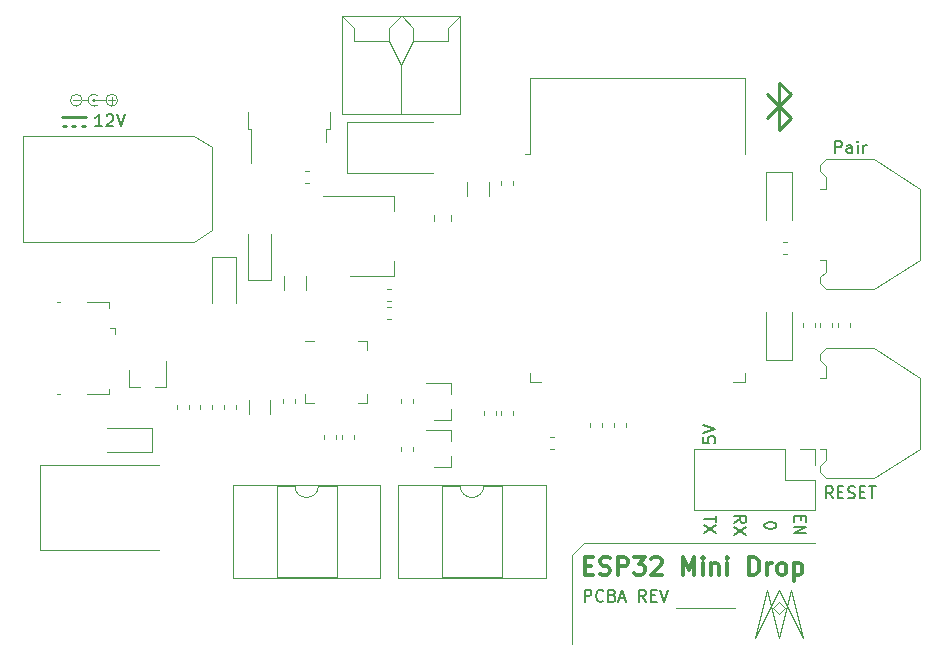
<source format=gbr>
%TF.GenerationSoftware,KiCad,Pcbnew,(5.1.6)-1*%
%TF.CreationDate,2020-08-23T15:31:51+02:00*%
%TF.ProjectId,ESP32MiniDrop,45535033-324d-4696-9e69-44726f702e6b,rev?*%
%TF.SameCoordinates,Original*%
%TF.FileFunction,Legend,Top*%
%TF.FilePolarity,Positive*%
%FSLAX46Y46*%
G04 Gerber Fmt 4.6, Leading zero omitted, Abs format (unit mm)*
G04 Created by KiCad (PCBNEW (5.1.6)-1) date 2020-08-23 15:31:51*
%MOMM*%
%LPD*%
G01*
G04 APERTURE LIST*
%ADD10C,0.150000*%
%ADD11C,0.120000*%
%ADD12C,0.200000*%
%ADD13C,0.250000*%
%ADD14C,0.300000*%
G04 APERTURE END LIST*
D10*
X55586380Y-36004476D02*
X55586380Y-36480666D01*
X56062571Y-36528285D01*
X56014952Y-36480666D01*
X55967333Y-36385428D01*
X55967333Y-36147333D01*
X56014952Y-36052095D01*
X56062571Y-36004476D01*
X56157809Y-35956857D01*
X56395904Y-35956857D01*
X56491142Y-36004476D01*
X56538761Y-36052095D01*
X56586380Y-36147333D01*
X56586380Y-36385428D01*
X56538761Y-36480666D01*
X56491142Y-36528285D01*
X55586380Y-35671142D02*
X56586380Y-35337809D01*
X55586380Y-35004476D01*
X56681619Y-42672095D02*
X56681619Y-43243523D01*
X55681619Y-42957809D02*
X56681619Y-42957809D01*
X56681619Y-43481619D02*
X55681619Y-44148285D01*
X56681619Y-44148285D02*
X55681619Y-43481619D01*
X58221619Y-43267333D02*
X58697809Y-42934000D01*
X58221619Y-42695904D02*
X59221619Y-42695904D01*
X59221619Y-43076857D01*
X59174000Y-43172095D01*
X59126380Y-43219714D01*
X59031142Y-43267333D01*
X58888285Y-43267333D01*
X58793047Y-43219714D01*
X58745428Y-43172095D01*
X58697809Y-43076857D01*
X58697809Y-42695904D01*
X59221619Y-43600666D02*
X58221619Y-44267333D01*
X59221619Y-44267333D02*
X58221619Y-43600666D01*
X61761619Y-43452380D02*
X61761619Y-43547619D01*
X61714000Y-43642857D01*
X61666380Y-43690476D01*
X61571142Y-43738095D01*
X61380666Y-43785714D01*
X61142571Y-43785714D01*
X60952095Y-43738095D01*
X60856857Y-43690476D01*
X60809238Y-43642857D01*
X60761619Y-43547619D01*
X60761619Y-43452380D01*
X60809238Y-43357142D01*
X60856857Y-43309523D01*
X60952095Y-43261904D01*
X61142571Y-43214285D01*
X61380666Y-43214285D01*
X61571142Y-43261904D01*
X61666380Y-43309523D01*
X61714000Y-43357142D01*
X61761619Y-43452380D01*
X63825428Y-42695904D02*
X63825428Y-43029238D01*
X63301619Y-43172095D02*
X63301619Y-42695904D01*
X64301619Y-42695904D01*
X64301619Y-43172095D01*
X63301619Y-43600666D02*
X64301619Y-43600666D01*
X63301619Y-44172095D01*
X64301619Y-44172095D01*
D11*
X62000000Y-50000000D02*
X61500000Y-50500000D01*
X62500000Y-50500000D02*
X62000000Y-50000000D01*
X62000000Y-51000000D02*
X62500000Y-50500000D01*
X61500000Y-50500000D02*
X62000000Y-51000000D01*
X62000000Y-49000000D02*
X60000000Y-53000000D01*
X64000000Y-53000000D02*
X62000000Y-49000000D01*
X63000000Y-49000000D02*
X64000000Y-53000000D01*
X62000000Y-53000000D02*
X63000000Y-49000000D01*
X61000000Y-49000000D02*
X62000000Y-53000000D01*
X60000000Y-53000000D02*
X61000000Y-49000000D01*
X2200000Y-7500000D02*
X2800000Y-7500000D01*
X3000000Y-7500000D02*
G75*
G03*
X3000000Y-7500000I-500000J0D01*
G01*
X3500000Y-7500000D02*
X3000000Y-7500000D01*
X4300000Y-7900000D02*
G75*
G02*
X4300000Y-7100000I-300000J400000D01*
G01*
X5200000Y-7500000D02*
X5800000Y-7500000D01*
X5500000Y-7200000D02*
X5500000Y-7800000D01*
X6000000Y-7500000D02*
G75*
G03*
X6000000Y-7500000I-500000J0D01*
G01*
X4000000Y-7500000D02*
X5000000Y-7500000D01*
D12*
X4100000Y-7500000D02*
G75*
G03*
X4100000Y-7500000I-100000J0D01*
G01*
D13*
X3000000Y-9700000D02*
X3250000Y-9700000D01*
X2150000Y-9700000D02*
X2400000Y-9700000D01*
X1350000Y-9700000D02*
X1600000Y-9700000D01*
X1300000Y-8900000D02*
X3300000Y-8900000D01*
D10*
X4680952Y-9702380D02*
X4109523Y-9702380D01*
X4395238Y-9702380D02*
X4395238Y-8702380D01*
X4300000Y-8845238D01*
X4204761Y-8940476D01*
X4109523Y-8988095D01*
X5061904Y-8797619D02*
X5109523Y-8750000D01*
X5204761Y-8702380D01*
X5442857Y-8702380D01*
X5538095Y-8750000D01*
X5585714Y-8797619D01*
X5633333Y-8892857D01*
X5633333Y-8988095D01*
X5585714Y-9130952D01*
X5014285Y-9702380D01*
X5633333Y-9702380D01*
X5919047Y-8702380D02*
X6252380Y-9702380D01*
X6585714Y-8702380D01*
X66547619Y-41202380D02*
X66214285Y-40726190D01*
X65976190Y-41202380D02*
X65976190Y-40202380D01*
X66357142Y-40202380D01*
X66452380Y-40250000D01*
X66500000Y-40297619D01*
X66547619Y-40392857D01*
X66547619Y-40535714D01*
X66500000Y-40630952D01*
X66452380Y-40678571D01*
X66357142Y-40726190D01*
X65976190Y-40726190D01*
X66976190Y-40678571D02*
X67309523Y-40678571D01*
X67452380Y-41202380D02*
X66976190Y-41202380D01*
X66976190Y-40202380D01*
X67452380Y-40202380D01*
X67833333Y-41154761D02*
X67976190Y-41202380D01*
X68214285Y-41202380D01*
X68309523Y-41154761D01*
X68357142Y-41107142D01*
X68404761Y-41011904D01*
X68404761Y-40916666D01*
X68357142Y-40821428D01*
X68309523Y-40773809D01*
X68214285Y-40726190D01*
X68023809Y-40678571D01*
X67928571Y-40630952D01*
X67880952Y-40583333D01*
X67833333Y-40488095D01*
X67833333Y-40392857D01*
X67880952Y-40297619D01*
X67928571Y-40250000D01*
X68023809Y-40202380D01*
X68261904Y-40202380D01*
X68404761Y-40250000D01*
X68833333Y-40678571D02*
X69166666Y-40678571D01*
X69309523Y-41202380D02*
X68833333Y-41202380D01*
X68833333Y-40202380D01*
X69309523Y-40202380D01*
X69595238Y-40202380D02*
X70166666Y-40202380D01*
X69880952Y-41202380D02*
X69880952Y-40202380D01*
X66738095Y-11952380D02*
X66738095Y-10952380D01*
X67119047Y-10952380D01*
X67214285Y-11000000D01*
X67261904Y-11047619D01*
X67309523Y-11142857D01*
X67309523Y-11285714D01*
X67261904Y-11380952D01*
X67214285Y-11428571D01*
X67119047Y-11476190D01*
X66738095Y-11476190D01*
X68166666Y-11952380D02*
X68166666Y-11428571D01*
X68119047Y-11333333D01*
X68023809Y-11285714D01*
X67833333Y-11285714D01*
X67738095Y-11333333D01*
X68166666Y-11904761D02*
X68071428Y-11952380D01*
X67833333Y-11952380D01*
X67738095Y-11904761D01*
X67690476Y-11809523D01*
X67690476Y-11714285D01*
X67738095Y-11619047D01*
X67833333Y-11571428D01*
X68071428Y-11571428D01*
X68166666Y-11523809D01*
X68642857Y-11952380D02*
X68642857Y-11285714D01*
X68642857Y-10952380D02*
X68595238Y-11000000D01*
X68642857Y-11047619D01*
X68690476Y-11000000D01*
X68642857Y-10952380D01*
X68642857Y-11047619D01*
X69119047Y-11952380D02*
X69119047Y-11285714D01*
X69119047Y-11476190D02*
X69166666Y-11380952D01*
X69214285Y-11333333D01*
X69309523Y-11285714D01*
X69404761Y-11285714D01*
D13*
X62000000Y-8000000D02*
X61000000Y-9000000D01*
X63000000Y-9000000D02*
X62000000Y-8000000D01*
X62000000Y-10000000D02*
X63000000Y-9000000D01*
X62000000Y-6000000D02*
X62000000Y-10000000D01*
X63000000Y-7000000D02*
X62000000Y-6000000D01*
X62000000Y-8000000D02*
X63000000Y-7000000D01*
X61000000Y-7000000D02*
X62000000Y-8000000D01*
D11*
X53250000Y-50500000D02*
X58250000Y-50500000D01*
D10*
X45547619Y-49952380D02*
X45547619Y-48952380D01*
X45928571Y-48952380D01*
X46023809Y-49000000D01*
X46071428Y-49047619D01*
X46119047Y-49142857D01*
X46119047Y-49285714D01*
X46071428Y-49380952D01*
X46023809Y-49428571D01*
X45928571Y-49476190D01*
X45547619Y-49476190D01*
X47119047Y-49857142D02*
X47071428Y-49904761D01*
X46928571Y-49952380D01*
X46833333Y-49952380D01*
X46690476Y-49904761D01*
X46595238Y-49809523D01*
X46547619Y-49714285D01*
X46500000Y-49523809D01*
X46500000Y-49380952D01*
X46547619Y-49190476D01*
X46595238Y-49095238D01*
X46690476Y-49000000D01*
X46833333Y-48952380D01*
X46928571Y-48952380D01*
X47071428Y-49000000D01*
X47119047Y-49047619D01*
X47880952Y-49428571D02*
X48023809Y-49476190D01*
X48071428Y-49523809D01*
X48119047Y-49619047D01*
X48119047Y-49761904D01*
X48071428Y-49857142D01*
X48023809Y-49904761D01*
X47928571Y-49952380D01*
X47547619Y-49952380D01*
X47547619Y-48952380D01*
X47880952Y-48952380D01*
X47976190Y-49000000D01*
X48023809Y-49047619D01*
X48071428Y-49142857D01*
X48071428Y-49238095D01*
X48023809Y-49333333D01*
X47976190Y-49380952D01*
X47880952Y-49428571D01*
X47547619Y-49428571D01*
X48500000Y-49666666D02*
X48976190Y-49666666D01*
X48404761Y-49952380D02*
X48738095Y-48952380D01*
X49071428Y-49952380D01*
X50738095Y-49952380D02*
X50404761Y-49476190D01*
X50166666Y-49952380D02*
X50166666Y-48952380D01*
X50547619Y-48952380D01*
X50642857Y-49000000D01*
X50690476Y-49047619D01*
X50738095Y-49142857D01*
X50738095Y-49285714D01*
X50690476Y-49380952D01*
X50642857Y-49428571D01*
X50547619Y-49476190D01*
X50166666Y-49476190D01*
X51166666Y-49428571D02*
X51500000Y-49428571D01*
X51642857Y-49952380D02*
X51166666Y-49952380D01*
X51166666Y-48952380D01*
X51642857Y-48952380D01*
X51928571Y-48952380D02*
X52261904Y-49952380D01*
X52595238Y-48952380D01*
D11*
X44500000Y-48000000D02*
X44500000Y-53500000D01*
X45500000Y-45000000D02*
X65000000Y-45000000D01*
X44500000Y-46000000D02*
X45500000Y-45000000D01*
X44500000Y-48000000D02*
X44500000Y-46000000D01*
D14*
X45552142Y-46892857D02*
X46052142Y-46892857D01*
X46266428Y-47678571D02*
X45552142Y-47678571D01*
X45552142Y-46178571D01*
X46266428Y-46178571D01*
X46837857Y-47607142D02*
X47052142Y-47678571D01*
X47409285Y-47678571D01*
X47552142Y-47607142D01*
X47623571Y-47535714D01*
X47695000Y-47392857D01*
X47695000Y-47250000D01*
X47623571Y-47107142D01*
X47552142Y-47035714D01*
X47409285Y-46964285D01*
X47123571Y-46892857D01*
X46980714Y-46821428D01*
X46909285Y-46750000D01*
X46837857Y-46607142D01*
X46837857Y-46464285D01*
X46909285Y-46321428D01*
X46980714Y-46250000D01*
X47123571Y-46178571D01*
X47480714Y-46178571D01*
X47695000Y-46250000D01*
X48337857Y-47678571D02*
X48337857Y-46178571D01*
X48909285Y-46178571D01*
X49052142Y-46250000D01*
X49123571Y-46321428D01*
X49195000Y-46464285D01*
X49195000Y-46678571D01*
X49123571Y-46821428D01*
X49052142Y-46892857D01*
X48909285Y-46964285D01*
X48337857Y-46964285D01*
X49695000Y-46178571D02*
X50623571Y-46178571D01*
X50123571Y-46750000D01*
X50337857Y-46750000D01*
X50480714Y-46821428D01*
X50552142Y-46892857D01*
X50623571Y-47035714D01*
X50623571Y-47392857D01*
X50552142Y-47535714D01*
X50480714Y-47607142D01*
X50337857Y-47678571D01*
X49909285Y-47678571D01*
X49766428Y-47607142D01*
X49695000Y-47535714D01*
X51195000Y-46321428D02*
X51266428Y-46250000D01*
X51409285Y-46178571D01*
X51766428Y-46178571D01*
X51909285Y-46250000D01*
X51980714Y-46321428D01*
X52052142Y-46464285D01*
X52052142Y-46607142D01*
X51980714Y-46821428D01*
X51123571Y-47678571D01*
X52052142Y-47678571D01*
X53837857Y-47678571D02*
X53837857Y-46178571D01*
X54337857Y-47250000D01*
X54837857Y-46178571D01*
X54837857Y-47678571D01*
X55552142Y-47678571D02*
X55552142Y-46678571D01*
X55552142Y-46178571D02*
X55480714Y-46250000D01*
X55552142Y-46321428D01*
X55623571Y-46250000D01*
X55552142Y-46178571D01*
X55552142Y-46321428D01*
X56266428Y-46678571D02*
X56266428Y-47678571D01*
X56266428Y-46821428D02*
X56337857Y-46750000D01*
X56480714Y-46678571D01*
X56695000Y-46678571D01*
X56837857Y-46750000D01*
X56909285Y-46892857D01*
X56909285Y-47678571D01*
X57623571Y-47678571D02*
X57623571Y-46678571D01*
X57623571Y-46178571D02*
X57552142Y-46250000D01*
X57623571Y-46321428D01*
X57695000Y-46250000D01*
X57623571Y-46178571D01*
X57623571Y-46321428D01*
X59480714Y-47678571D02*
X59480714Y-46178571D01*
X59837857Y-46178571D01*
X60052142Y-46250000D01*
X60195000Y-46392857D01*
X60266428Y-46535714D01*
X60337857Y-46821428D01*
X60337857Y-47035714D01*
X60266428Y-47321428D01*
X60195000Y-47464285D01*
X60052142Y-47607142D01*
X59837857Y-47678571D01*
X59480714Y-47678571D01*
X60980714Y-47678571D02*
X60980714Y-46678571D01*
X60980714Y-46964285D02*
X61052142Y-46821428D01*
X61123571Y-46750000D01*
X61266428Y-46678571D01*
X61409285Y-46678571D01*
X62123571Y-47678571D02*
X61980714Y-47607142D01*
X61909285Y-47535714D01*
X61837857Y-47392857D01*
X61837857Y-46964285D01*
X61909285Y-46821428D01*
X61980714Y-46750000D01*
X62123571Y-46678571D01*
X62337857Y-46678571D01*
X62480714Y-46750000D01*
X62552142Y-46821428D01*
X62623571Y-46964285D01*
X62623571Y-47392857D01*
X62552142Y-47535714D01*
X62480714Y-47607142D01*
X62337857Y-47678571D01*
X62123571Y-47678571D01*
X63266428Y-46678571D02*
X63266428Y-48178571D01*
X63266428Y-46750000D02*
X63409285Y-46678571D01*
X63695000Y-46678571D01*
X63837857Y-46750000D01*
X63909285Y-46821428D01*
X63980714Y-46964285D01*
X63980714Y-47392857D01*
X63909285Y-47535714D01*
X63837857Y-47607142D01*
X63695000Y-47678571D01*
X63409285Y-47678571D01*
X63266428Y-47607142D01*
D11*
%TO.C,SW1*%
X73900000Y-37000000D02*
X73900000Y-34000000D01*
X73900000Y-34000000D02*
X73900000Y-31000000D01*
X73900000Y-31000000D02*
X70000000Y-28500000D01*
X70000000Y-28500000D02*
X66000000Y-28500000D01*
X70000000Y-39500000D02*
X66000000Y-39500000D01*
X73900000Y-37000000D02*
X70000000Y-39500000D01*
X66000000Y-39500000D02*
X65500000Y-39000000D01*
X65500000Y-39000000D02*
X65500000Y-38500000D01*
X65500000Y-38500000D02*
X66000000Y-38000000D01*
X66000000Y-38000000D02*
X66000000Y-37000000D01*
X66000000Y-37000000D02*
X65500000Y-37000000D01*
X65500000Y-29000000D02*
X65500000Y-29500000D01*
X66000000Y-28500000D02*
X65500000Y-29000000D01*
X66000000Y-31000000D02*
X65500000Y-31000000D01*
X65500000Y-29500000D02*
X66000000Y-30000000D01*
X66000000Y-30000000D02*
X66000000Y-31000000D01*
%TO.C,J5*%
X54804000Y-37024000D02*
X54804000Y-42224000D01*
X62484000Y-37024000D02*
X54804000Y-37024000D01*
X65084000Y-42224000D02*
X54804000Y-42224000D01*
X62484000Y-37024000D02*
X62484000Y-39624000D01*
X62484000Y-39624000D02*
X65084000Y-39624000D01*
X65084000Y-39624000D02*
X65084000Y-42224000D01*
X63754000Y-37024000D02*
X65084000Y-37024000D01*
X65084000Y-37024000D02*
X65084000Y-38354000D01*
%TO.C,J4*%
X25000000Y-8650000D02*
X25000000Y-350000D01*
X25000000Y-350000D02*
X35000000Y-350000D01*
X35000000Y-350000D02*
X35000000Y-8650000D01*
X35000000Y-8650000D02*
X25000000Y-8650000D01*
X25000000Y-350000D02*
X26000000Y-1350000D01*
X26000000Y-1350000D02*
X26000000Y-2500000D01*
X26000000Y-2500000D02*
X29000000Y-2500000D01*
X29000000Y-2500000D02*
X29000000Y-1350000D01*
X29000000Y-1350000D02*
X29950000Y-350000D01*
X31000000Y-1350000D02*
X30050000Y-350000D01*
X34000000Y-2500000D02*
X31000000Y-2500000D01*
X31000000Y-2500000D02*
X31000000Y-1350000D01*
X34000000Y-1350000D02*
X34000000Y-2500000D01*
X35000000Y-350000D02*
X34000000Y-1350000D01*
X29000000Y-2500000D02*
X30000000Y-4500000D01*
X30000000Y-4500000D02*
X31000000Y-2500000D01*
X30000000Y-4500000D02*
X30000000Y-8650000D01*
%TO.C,J3*%
X-600000Y-38400000D02*
X-600000Y-45600000D01*
X-600000Y-38400000D02*
X9500000Y-38400000D01*
X-600000Y-45600000D02*
X9500000Y-45600000D01*
%TO.C,C2*%
X17090000Y-34102064D02*
X17090000Y-32897936D01*
X18910000Y-34102064D02*
X18910000Y-32897936D01*
%TO.C,C3*%
X21010000Y-32828733D02*
X21010000Y-33171267D01*
X19990000Y-32828733D02*
X19990000Y-33171267D01*
%TO.C,C4*%
X38490000Y-34171267D02*
X38490000Y-33828733D01*
X39510000Y-34171267D02*
X39510000Y-33828733D01*
%TO.C,C5*%
X37410000Y-14397936D02*
X37410000Y-15602064D01*
X35590000Y-14397936D02*
X35590000Y-15602064D01*
%TO.C,C6*%
X66990000Y-26671267D02*
X66990000Y-26328733D01*
X68010000Y-26671267D02*
X68010000Y-26328733D01*
%TO.C,C7*%
X20090000Y-23602064D02*
X20090000Y-22397936D01*
X21910000Y-23602064D02*
X21910000Y-22397936D01*
%TO.C,C8*%
X38490000Y-14671267D02*
X38490000Y-14328733D01*
X39510000Y-14671267D02*
X39510000Y-14328733D01*
%TO.C,C9*%
X32790000Y-17761252D02*
X32790000Y-17238748D01*
X34210000Y-17761252D02*
X34210000Y-17238748D01*
%TO.C,D1*%
X8950000Y-37250000D02*
X8950000Y-35250000D01*
X8950000Y-35250000D02*
X5100000Y-35250000D01*
X8950000Y-37250000D02*
X5100000Y-37250000D01*
%TO.C,D2*%
X6920000Y-31760000D02*
X7850000Y-31760000D01*
X10080000Y-31760000D02*
X9150000Y-31760000D01*
X10080000Y-31760000D02*
X10080000Y-29600000D01*
X6920000Y-31760000D02*
X6920000Y-30300000D01*
%TO.C,D3*%
X60865000Y-25400000D02*
X60865000Y-29460000D01*
X60865000Y-29460000D02*
X63135000Y-29460000D01*
X63135000Y-29460000D02*
X63135000Y-25400000D01*
%TO.C,D4*%
X63135000Y-17600000D02*
X63135000Y-13540000D01*
X63135000Y-13540000D02*
X60865000Y-13540000D01*
X60865000Y-13540000D02*
X60865000Y-17600000D01*
%TO.C,D5*%
X16000000Y-20800000D02*
X14000000Y-20800000D01*
X14000000Y-20800000D02*
X14000000Y-24650000D01*
X16000000Y-20800000D02*
X16000000Y-24650000D01*
%TO.C,D6*%
X17000000Y-22700000D02*
X19000000Y-22700000D01*
X19000000Y-22700000D02*
X19000000Y-18850000D01*
X17000000Y-22700000D02*
X17000000Y-18850000D01*
%TO.C,D7*%
X25400000Y-9350000D02*
X25400000Y-13650000D01*
X25400000Y-13650000D02*
X32700000Y-13650000D01*
X25400000Y-9350000D02*
X32700000Y-9350000D01*
%TO.C,J1*%
X3412500Y-32400000D02*
X5262500Y-32400000D01*
X862500Y-32400000D02*
X1112500Y-32400000D01*
X5262500Y-24600000D02*
X5262500Y-25050000D01*
X5262500Y-32400000D02*
X5262500Y-31950000D01*
X3412500Y-24600000D02*
X5262500Y-24600000D01*
X862500Y-24600000D02*
X1112500Y-24600000D01*
X5812500Y-26800000D02*
X5812500Y-27250000D01*
X5812500Y-26800000D02*
X5362500Y-26800000D01*
%TO.C,J2*%
X-2000000Y-15000000D02*
X-2000000Y-19500000D01*
X-2000000Y-19500000D02*
X12500000Y-19500000D01*
X12500000Y-19500000D02*
X14000000Y-18500000D01*
X14000000Y-18500000D02*
X14000000Y-15000000D01*
X-2000000Y-15000000D02*
X-2000000Y-10500000D01*
X12500000Y-10500000D02*
X14000000Y-11500000D01*
X14000000Y-11500000D02*
X14000000Y-15000000D01*
X-2000000Y-10500000D02*
X12500000Y-10500000D01*
%TO.C,Q1*%
X34260000Y-34580000D02*
X34260000Y-33650000D01*
X34260000Y-31420000D02*
X34260000Y-32350000D01*
X34260000Y-31420000D02*
X32100000Y-31420000D01*
X34260000Y-34580000D02*
X32800000Y-34580000D01*
%TO.C,Q2*%
X34260000Y-38580000D02*
X34260000Y-37650000D01*
X34260000Y-35420000D02*
X34260000Y-36350000D01*
X34260000Y-35420000D02*
X32100000Y-35420000D01*
X34260000Y-38580000D02*
X32800000Y-38580000D01*
%TO.C,R1*%
X29990000Y-37171267D02*
X29990000Y-36828733D01*
X31010000Y-37171267D02*
X31010000Y-36828733D01*
%TO.C,R2*%
X29990000Y-33171267D02*
X29990000Y-32828733D01*
X31010000Y-33171267D02*
X31010000Y-32828733D01*
%TO.C,R3*%
X12990000Y-33671267D02*
X12990000Y-33328733D01*
X14010000Y-33671267D02*
X14010000Y-33328733D01*
%TO.C,R4*%
X16010000Y-33328733D02*
X16010000Y-33671267D01*
X14990000Y-33328733D02*
X14990000Y-33671267D01*
%TO.C,R5*%
X23490000Y-36171267D02*
X23490000Y-35828733D01*
X24510000Y-36171267D02*
X24510000Y-35828733D01*
%TO.C,R6*%
X42971267Y-37010000D02*
X42628733Y-37010000D01*
X42971267Y-35990000D02*
X42628733Y-35990000D01*
%TO.C,R7*%
X36990000Y-34171267D02*
X36990000Y-33828733D01*
X38010000Y-34171267D02*
X38010000Y-33828733D01*
%TO.C,R8*%
X29171267Y-26010000D02*
X28828733Y-26010000D01*
X29171267Y-24990000D02*
X28828733Y-24990000D01*
%TO.C,R9*%
X29171267Y-24510000D02*
X28828733Y-24510000D01*
X29171267Y-23490000D02*
X28828733Y-23490000D01*
%TO.C,R10*%
X24990000Y-36171267D02*
X24990000Y-35828733D01*
X26010000Y-36171267D02*
X26010000Y-35828733D01*
%TO.C,R13*%
X65490000Y-26671267D02*
X65490000Y-26328733D01*
X66510000Y-26671267D02*
X66510000Y-26328733D01*
%TO.C,R16*%
X21828733Y-13490000D02*
X22171267Y-13490000D01*
X21828733Y-14510000D02*
X22171267Y-14510000D01*
%TO.C,SW2*%
X73900000Y-21000000D02*
X73900000Y-18000000D01*
X73900000Y-18000000D02*
X73900000Y-15000000D01*
X73900000Y-15000000D02*
X70000000Y-12500000D01*
X70000000Y-12500000D02*
X66000000Y-12500000D01*
X70000000Y-23500000D02*
X66000000Y-23500000D01*
X73900000Y-21000000D02*
X70000000Y-23500000D01*
X66000000Y-23500000D02*
X65500000Y-23000000D01*
X65500000Y-23000000D02*
X65500000Y-22500000D01*
X65500000Y-22500000D02*
X66000000Y-22000000D01*
X66000000Y-22000000D02*
X66000000Y-21000000D01*
X66000000Y-21000000D02*
X65500000Y-21000000D01*
X65500000Y-13000000D02*
X65500000Y-13500000D01*
X66000000Y-12500000D02*
X65500000Y-13000000D01*
X66000000Y-15000000D02*
X65500000Y-15000000D01*
X65500000Y-13500000D02*
X66000000Y-14000000D01*
X66000000Y-14000000D02*
X66000000Y-15000000D01*
%TO.C,U1*%
X26385000Y-27890000D02*
X27110000Y-27890000D01*
X27110000Y-27890000D02*
X27110000Y-28615000D01*
X22615000Y-33110000D02*
X21890000Y-33110000D01*
X21890000Y-33110000D02*
X21890000Y-32385000D01*
X26385000Y-33110000D02*
X27110000Y-33110000D01*
X27110000Y-33110000D02*
X27110000Y-32385000D01*
X22615000Y-27890000D02*
X21890000Y-27890000D01*
%TO.C,U3*%
X40880000Y-30600000D02*
X40880000Y-31380000D01*
X40880000Y-31380000D02*
X41880000Y-31380000D01*
X59120000Y-30600000D02*
X59120000Y-31380000D01*
X59120000Y-31380000D02*
X58120000Y-31380000D01*
X40880000Y-5635000D02*
X59120000Y-5635000D01*
X59120000Y-5635000D02*
X59120000Y-12055000D01*
X40880000Y-5635000D02*
X40880000Y-12055000D01*
X40880000Y-12055000D02*
X40500000Y-12055000D01*
%TO.C,U2*%
X29410000Y-22410000D02*
X29410000Y-21150000D01*
X29410000Y-15590000D02*
X29410000Y-16850000D01*
X25650000Y-22410000D02*
X29410000Y-22410000D01*
X23400000Y-15590000D02*
X29410000Y-15590000D01*
%TO.C,R14*%
X45990000Y-35171267D02*
X45990000Y-34828733D01*
X47010000Y-35171267D02*
X47010000Y-34828733D01*
%TO.C,R15*%
X47990000Y-35171267D02*
X47990000Y-34828733D01*
X49010000Y-35171267D02*
X49010000Y-34828733D01*
%TO.C,U4*%
X21000000Y-40130000D02*
X19465000Y-40130000D01*
X19465000Y-40130000D02*
X19465000Y-47870000D01*
X19465000Y-47870000D02*
X24535000Y-47870000D01*
X24535000Y-47870000D02*
X24535000Y-40130000D01*
X24535000Y-40130000D02*
X23000000Y-40130000D01*
X15765000Y-40070000D02*
X15765000Y-47930000D01*
X15765000Y-47930000D02*
X28235000Y-47930000D01*
X28235000Y-47930000D02*
X28235000Y-40070000D01*
X28235000Y-40070000D02*
X15765000Y-40070000D01*
X23000000Y-40130000D02*
G75*
G02*
X21000000Y-40130000I-1000000J0D01*
G01*
%TO.C,U5*%
X35000000Y-40130000D02*
X33465000Y-40130000D01*
X33465000Y-40130000D02*
X33465000Y-47870000D01*
X33465000Y-47870000D02*
X38535000Y-47870000D01*
X38535000Y-47870000D02*
X38535000Y-40130000D01*
X38535000Y-40130000D02*
X37000000Y-40130000D01*
X29765000Y-40070000D02*
X29765000Y-47930000D01*
X29765000Y-47930000D02*
X42235000Y-47930000D01*
X42235000Y-47930000D02*
X42235000Y-40070000D01*
X42235000Y-40070000D02*
X29765000Y-40070000D01*
X37000000Y-40130000D02*
G75*
G02*
X35000000Y-40130000I-1000000J0D01*
G01*
%TO.C,C1*%
X12010000Y-33328733D02*
X12010000Y-33671267D01*
X10990000Y-33328733D02*
X10990000Y-33671267D01*
%TO.C,R11*%
X63990000Y-26671267D02*
X63990000Y-26328733D01*
X65010000Y-26671267D02*
X65010000Y-26328733D01*
%TO.C,R12*%
X62328733Y-19490000D02*
X62671267Y-19490000D01*
X62328733Y-20510000D02*
X62671267Y-20510000D01*
%TO.C,Q3*%
X17050000Y-8470000D02*
X17050000Y-9970000D01*
X17050000Y-9970000D02*
X17320000Y-9970000D01*
X17320000Y-9970000D02*
X17320000Y-12800000D01*
X23950000Y-8470000D02*
X23950000Y-9970000D01*
X23950000Y-9970000D02*
X23680000Y-9970000D01*
X23680000Y-9970000D02*
X23680000Y-11070000D01*
%TD*%
M02*

</source>
